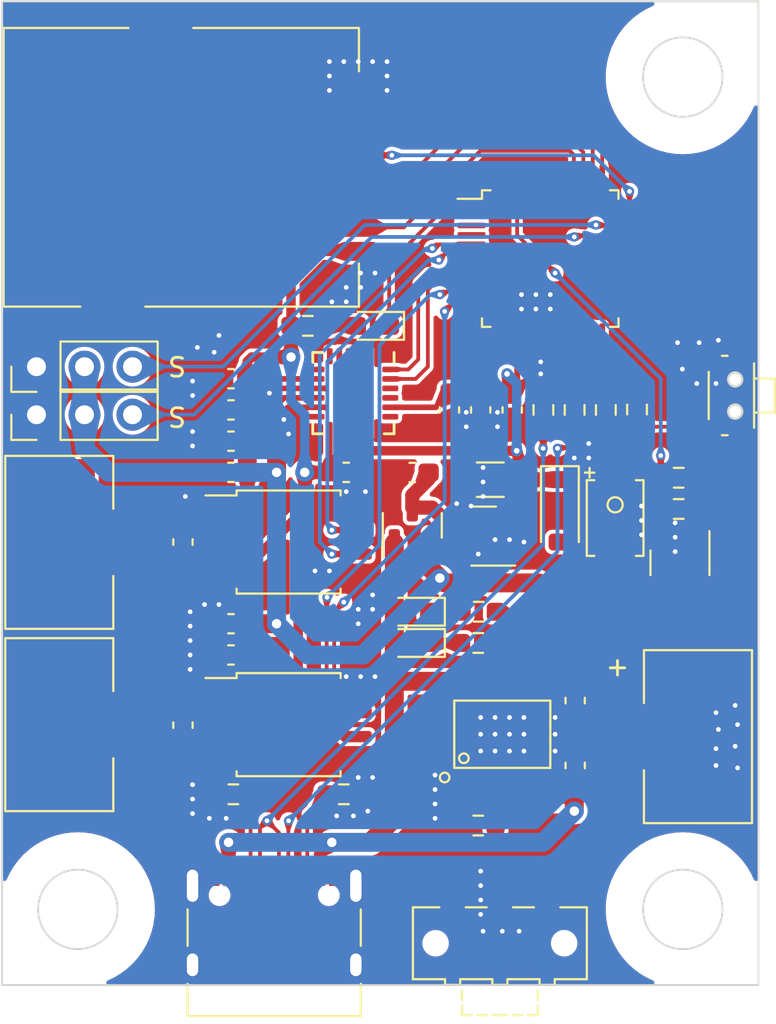
<source format=kicad_pcb>
(kicad_pcb (version 20221018) (generator pcbnew)
  (layers (0 "F.Cu" signal) (31 "B.Cu" signal) (34 "B.Paste" user) (35 "F.Paste" user) (36 "B.SilkS" user "B.Silkscreen") (37 "F.SilkS" user "F.Silkscreen") (38 "B.Mask" user) (39 "F.Mask" user) (44 "Edge.Cuts" user))
  (net 0 "")
  (net 1 "+BATT")
  (net 2 "Net-(BT1--)")
  (net 3 "+3.3V")
  (net 4 "Net-(BZ1-+)")
  (net 5 "Net-(U1-VI)")
  (net 6 "GND")
  (net 7 "VBUS")
  (net 8 "Net-(U3-CPOUT)")
  (net 9 "Net-(U3-REGOUT)")
  (net 10 "Net-(U5-UCap)")
  (net 11 "Net-(M1-+)")
  (net 12 "Net-(M1--)")
  (net 13 "Net-(M2-+)")
  (net 14 "Net-(M2--)")
  (net 15 "Net-(D1-K)")
  (net 16 "Net-(D2-K)")
  (net 17 "/LED")
  (net 18 "Net-(D3-A)")
  (net 19 "/PWM5")
  (net 20 "/PWM6")
  (net 21 "Net-(Q1-B)")
  (net 22 "Net-(U2-PROG)")
  (net 23 "Net-(USB1-CC1)")
  (net 24 "Net-(USB1-CC2)")
  (net 25 "Net-(U2-CHRG)")
  (net 26 "Net-(U2-STDBY)")
  (net 27 "/BUZZ")
  (net 28 "/DN")
  (net 29 "Net-(U5-P3.0)")
  (net 30 "/DP")
  (net 31 "Net-(U5-P3.1)")
  (net 32 "Net-(U5-P3.2)")
  (net 33 "Net-(SW1-B)")
  (net 49 "/MPU_SCL")
  (net 50 "/MPU_SDA")
  (net 51 "/RF24_CE")
  (net 52 "/RF24_CSN")
  (net 53 "/RF24_SCK")
  (net 54 "/RF24_MOSI")
  (net 55 "/RF24_MISO")
  (net 56 "/RF24_IRQ")
  (net 60 "/PWM1P")
  (net 61 "/PWM1N")
  (net 63 "/PWM4P")
  (net 64 "/PWM4N")
  (footprint "Capacitor_SMD:C_0603_1608Metric_Pad1.08x0.95mm_HandSolder" (layer "F.Cu") (at 173.101 82.55 180)
    (fp_text reference "C11" hide)
    (fp_text value "10uF" hide)
  )
  (footprint "Button_Switch_SMD:SW_SPDT_CK-JS102011SAQN" (layer "F.Cu") (at 187.325 97.79)
    (fp_text reference "SW2" hide)
    (fp_text value "SW_SPDT" hide)
  )
  (footprint "Connector_PinHeader_2.54mm:PinHeader_1x03_P2.54mm_Vertical" (layer "F.Cu") (at 162.814 69.85 90)
    (fp_text reference "J1" hide)
    (fp_text value "Servo" hide)
  )
  (footprint "Resistor_SMD:R_0603_1608Metric_Pad0.98x0.95mm_HandSolder" (layer "F.Cu") (at 196.784 73.182)
    (fp_text reference "R7" hide)
    (fp_text value "100R" hide)
  )
  (footprint "ADel:PH2.0_2P_LT" (layer "F.Cu") (at 166.751 86.233 -90)
    (fp_text reference "M2" hide)
    (fp_text value "Motor_DC" hide)
  )
  (footprint "Capacitor_SMD:C_0603_1608Metric_Pad1.08x0.95mm_HandSolder" (layer "F.Cu") (at 186.309 69.596 -90)
    (fp_text reference "C16" hide)
    (fp_text value "100nF" hide)
  )
  (footprint "Capacitor_SMD:C_0603_1608Metric_Pad1.08x0.95mm_HandSolder" (layer "F.Cu") (at 173.101 80.899 180)
    (fp_text reference "C14" hide)
    (fp_text value "100nF" hide)
  )
  (footprint "Capacitor_SMD:C_0603_1608Metric_Pad1.08x0.95mm_HandSolder" (layer "F.Cu") (at 170.561 86.2595 -90)
    (fp_text reference "C18" hide)
    (fp_text value "100nF" hide)
  )
  (footprint "Package_QFP:LQFP-48_7x7mm_P0.5mm" (layer "F.Cu") (at 189.988 61.595)
    (fp_text reference "U5" hide)
    (fp_text value "STC32G12K128" hide)
  )
  (footprint "LED_SMD:LED_0603_1608Metric_Pad1.05x0.95mm_HandSolder" (layer "F.Cu") (at 182.753 81.915 180)
    (fp_text reference "D1" hide)
    (fp_text value "LED" hide)
  )
  (footprint "Capacitor_SMD:C_0603_1608Metric_Pad1.08x0.95mm_HandSolder" (layer "F.Cu") (at 184.658 69.596 -90)
    (fp_text reference "C8" hide)
    (fp_text value "2.2nF" hide)
  )
  (footprint "Resistor_SMD:R_0603_1608Metric_Pad0.98x0.95mm_HandSolder" (layer "F.Cu") (at 189.627 69.596 90)
    (fp_text reference "R9" hide)
    (fp_text value "33R" hide)
  )
  (footprint "Capacitor_SMD:C_0603_1608Metric_Pad1.08x0.95mm_HandSolder" (layer "F.Cu") (at 173.101 67.945)
    (fp_text reference "C6" hide)
    (fp_text value "10nF" hide)
  )
  (footprint "Package_TO_SOT_SMD:SOT-23" (layer "F.Cu") (at 196.85 77.6755 -90)
    (fp_text reference "Q1" hide)
    (fp_text value "S8050" hide)
  )
  (footprint "Package_TO_SOT_SMD:SOT-23" (layer "F.Cu") (at 186.466 76.266 180)
    (fp_text reference "U1" hide)
    (fp_text value "XC6206PxxxMR" hide)
  )
  (footprint "Capacitor_SMD:C_0603_1608Metric_Pad1.08x0.95mm_HandSolder" (layer "F.Cu") (at 191.3078 88.392 -90)
    (fp_text reference "C2" hide)
    (fp_text value "10uF" hide)
  )
  (footprint "Capacitor_SMD:C_0603_1608Metric_Pad1.08x0.95mm_HandSolder" (layer "F.Cu") (at 173.101 71.247 180)
    (fp_text reference "C13" hide)
    (fp_text value "100nF" hide)
  )
  (footprint "Capacitor_SMD:C_1206_3216Metric" (layer "F.Cu") (at 186.817 73.284 180)
    (fp_text reference "C12" hide)
    (fp_text value "22uF" hide)
  )
  (footprint "Package_SO:SOP-8_5.28x5.23mm_P1.27mm" (layer "F.Cu") (at 176.149 86.233)
    (fp_text reference "U7" hide)
    (fp_text value "L9110S" hide)
  )
  (footprint "Connector_PinHeader_2.54mm:PinHeader_1x03_P2.54mm_Vertical" (layer "F.Cu") (at 162.814 67.31 90)
    (fp_text reference "J2" hide)
    (fp_text value "Servo" hide)
  )
  (footprint "Sensor_Motion:InvenSense_QFN-24_4x4mm_P0.5mm" (layer "F.Cu") (at 179.578 68.707 -90)
    (fp_text reference "U3" hide)
    (fp_text value "MPU-6050" hide)
  )
  (footprint "Resistor_SMD:R_0603_1608Metric_Pad0.98x0.95mm_HandSolder" (layer "F.Cu") (at 186.182 91.567)
    (fp_text reference "R1" hide)
    (fp_text value "1.2K" hide)
  )
  (footprint "ADel:PH2.0_2P_LT" (layer "F.Cu") (at 166.751 76.597 -90)
    (fp_text reference "M1" hide)
    (fp_text value "Motor_DC" hide)
  )
  (footprint "Capacitor_SMD:C_0603_1608Metric_Pad1.08x0.95mm_HandSolder" (layer "F.Cu") (at 187.976 69.596 -90)
    (fp_text reference "C15" hide)
    (fp_text value "100nF" hide)
  )
  (footprint "Resistor_SMD:R_0603_1608Metric_Pad0.98x0.95mm_HandSolder" (layer "F.Cu") (at 179.07 89.916)
    (fp_text reference "R3" hide)
    (fp_text value "5K1" hide)
  )
  (footprint "ADel:ESOP8_P1.27_3.9x5_EP2.5x3.4" (layer "F.Cu") (at 187.452 86.741 90)
    (fp_text reference "U2" hide)
    (fp_text value "TC4056A" hide)
  )
  (footprint "LED_SMD:LED_0603_1608Metric_Pad1.05x0.95mm_HandSolder" (layer "F.Cu") (at 182.753 80.264 180)
    (fp_text reference "D2" hide)
    (fp_text value "LED" hide)
  )
  (footprint "Resistor_SMD:R_0603_1608Metric_Pad0.98x0.95mm_HandSolder" (layer "F.Cu") (at 177.165 65.151 180)
    (fp_text reference "R6" hide)
    (fp_text value "2.2K" hide)
  )
  (footprint "ADel:SW_2x4x3.5_SIDE" (layer "F.Cu") (at 199.771 68.834 -90)
    (fp_text reference "SW1" hide)
    (fp_text value "KEY" hide)
    (fp_circle (center -0.85 0) (end -0.475 0) (stroke (width 0.12)) (fill none) (layer "Edge.Cuts"))
    (fp_circle (center 0.85 0) (end 1.225 0) (stroke (width 0.12)) (fill none) (layer "Edge.Cuts"))
  )
  (footprint "Resistor_SMD:R_0603_1608Metric_Pad0.98x0.95mm_HandSolder" (layer "F.Cu") (at 196.784 74.833)
    (fp_text reference "R8" hide)
    (fp_text value "10K" hide)
  )
  (footprint "Capacitor_SMD:C_0603_1608Metric_Pad1.08x0.95mm_HandSolder" (layer "F.Cu") (at 170.561 76.581 -90)
    (fp_text reference "C17" hide)
    (fp_text value "100nF" hide)
  )
  (footprint "ADel:PH2.0_2P_LT" (layer "F.Cu") (at 195.072 86.868 90)
    (fp_text reference "BT1" hide)
    (fp_text value "Battery_Cell" hide)
  )
  (footprint "Diode_SMD:D_SOD-123" (layer "F.Cu") (at 190.5 74.93 -90)
    (fp_text reference "D4" hide)
    (fp_text value "D" hide)
  )
  (footprint "Capacitor_SMD:C_0603_1608Metric_Pad1.08x0.95mm_HandSolder" (layer "F.Cu") (at 173.101 72.898 180)
    (fp_text reference "C10" hide)
    (fp_text value "10uF" hide)
  )
  (footprint "Capacitor_SMD:C_0603_1608Metric_Pad1.08x0.95mm_HandSolder" (layer "F.Cu") (at 173.101 69.596 180)
    (fp_text reference "C9" hide)
    (fp_text value "100nF" hide)
  )
  (footprint "Capacitor_SMD:C_0603_1608Metric_Pad1.08x0.95mm_HandSolder" (layer "F.Cu") (at 191.3078 84.963 -90)
    (fp_text reference "C5" hide)
    (fp_text value "10uF" hide)
  )
  (footprint "Resistor_SMD:R_0603_1608Metric_Pad0.98x0.95mm_HandSolder" (layer "F.Cu") (at 192.929 69.596 -90)
    (fp_text reference "R11" hide)
    (fp_text value "10K" hide)
  )
  (footprint "LED_SMD:LED_0603_1608Metric_Pad1.05x0.95mm_HandSolder" (layer "F.Cu") (at 180.594 65.151 180)
    (fp_text reference "D3" hide)
    (fp_text value "LED" hide)
  )
  (footprint "Resistor_SMD:R_0603_1608Metric_Pad0.98x0.95mm_HandSolder" (layer "F.Cu") (at 173.228 89.916 180)
    (fp_text reference "R2" hide)
    (fp_text value "5K1" hide)
  )
  (footprint "Resistor_SMD:R_0603_1608Metric_Pad0.98x0.95mm_HandSolder" (layer "F.Cu") (at 186.182 81.915 180)
    (fp_text reference "R4" hide)
    (fp_text value "1.2K" hide)
  )
  (footprint "Capacitor_SMD:C_0603_1608Metric_Pad1.08x0.95mm_HandSolder" (layer "F.Cu") (at 179.197 72.898)
    (fp_text reference "C7" hide)
    (fp_text value "100nF" hide)
  )
  (footprint "Package_SO:SOP-8_5.28x5.23mm_P1.27mm" (layer "F.Cu") (at 176.149 76.581)
    (fp_text reference "U6" hide)
    (fp_text value "L9110S" hide)
  )
  (footprint "Resistor_SMD:R_0603_1608Metric_Pad0.98x0.95mm_HandSolder" (layer "F.Cu") (at 186.2055 80.264 180)
    (fp_text reference "R5" hide)
    (fp_text value "1.2K" hide)
  )
  (footprint "Capacitor_SMD:C_0603_1608Metric_Pad1.08x0.95mm_HandSolder" (layer "F.Cu") (at 182.692 72.903 180)
    (fp_text reference "C1" hide)
    (fp_text value "100nF" hide)
  )
  (footprint "ADel:RF24_SMD" (layer "F.Cu") (at 179.87 56.769 90)
    (fp_text reference "U4" hide)
    (fp_text value "RF24_SMD" hide)
  )
  (footprint "ADel:DET402" (layer "F.Cu") (at 193.421 75.311 -90)
    (fp_text reference "BZ1" hide)
    (fp_text value "Buzzer" hide)
  )
  (footprint "Package_TO_SOT_SMD:SOT-23" (layer "F.Cu") (at 182.692 75.697 90)
    (fp_text reference "D5" hide)
    (fp_text value "BAT54C" hide)
  )
  (footprint "Resistor_SMD:R_0603_1608Metric_Pad0.98x0.95mm_HandSolder" (layer "F.Cu") (at 191.278 69.596 90)
    (fp_text reference "R10" hide)
    (fp_text value "33R" hide)
  )
  (footprint "ADel:TYPE-C-16PIN_SMD" (layer "F.Cu") (at 175.407 93.08)
    (fp_text reference "USB1" hide)
    (fp_text value "Type_C_16PIN" hide)
  )
  (footprint "Resistor_SMD:R_0603_1608Metric_Pad0.98x0.95mm_HandSolder" (layer "F.Cu") (at 194.58 69.5725 -90)
    (fp_text reference "R12" hide)
    (fp_text value "300R" hide)
  )
  (gr_rect (start 161 48) (end 201 100) (stroke (width 0.1)) (fill none) (layer "Edge.Cuts"))
  (gr_circle (center 197 52) (end 199.1 52) (stroke (width 0.1)) (fill none) (layer "Edge.Cuts"))
  (gr_circle (center 197 96) (end 199.1 96) (stroke (width 0.1)) (fill none) (layer "Edge.Cuts"))
  (gr_circle (center 165 96) (end 167.1 96) (stroke (width 0.1)) (fill none) (layer "Edge.Cuts"))
  (gr_text "S" (at 169.672 70.612) (layer "F.SilkS") (effects (font (size 1 1)) (justify left bottom)))
  (gr_text "+" (at 194.056 83.947 90) (layer "F.SilkS") (effects (font (size 1 1)) (justify left bottom)))
  (gr_text "S" (at 169.672 67.945) (layer "F.SilkS") (effects (font (size 1 1)) (justify left bottom)))
  (segment (start 184.15 78.486) (end 184.15 78.486) (width 1) (layer "F.Cu") (net 1))
  (segment (start 191.3078 80.6908) (end 191.3078 84.1005) (width 1) (layer "F.Cu") (net 1))
  (segment (start 184.404 78.74) (end 189.357 78.74) (width 1) (layer "F.Cu") (net 1))
  (segment (start 172.549 75.946) (end 173.355 75.946) (width 0.6) (layer "F.Cu") (net 1))
  (segment (start 175.514 80.899) (end 173.9635 80.899) (width 1) (layer "F.Cu") (net 1))
  (segment (start 173.355 75.946) (end 173.9635 75.3375) (width 0.6) (layer "F.Cu") (net 1))
  (segment (start 173.355 85.598) (end 172.549 85.598) (width 0.6) (layer "F.Cu") (net 1))
  (segment (start 175.514 71.882) (end 175.514 72.898) (width 1) (layer "F.Cu") (net 1))
  (segment (start 173.9635 71.247) (end 174.879 71.247) (width 1) (layer "F.Cu") (net 1))
  (segment (start 173.9635 82.55) (end 173.9635 84.9895) (width 0.6) (layer "F.Cu") (net 1))
  (segment (start 173.9635 71.247) (end 173.9635 72.898) (width 1) (layer "F.Cu") (net 1))
  (segment (start 173.9635 75.3375) (end 173.9635 72.898) (width 0.6) (layer "F.Cu") (net 1))
  (segment (start 184.15 78.486) (end 184.15 78.486) (width 1) (layer "F.Cu") (net 1))
  (segment (start 183.642 76.6345) (end 183.642 77.978) (width 1) (layer "F.Cu") (net 1))
  (segment (start 184.15 78.486) (end 184.404 78.74) (width 1) (layer "F.Cu") (net 1))
  (segment (start 189.357 78.74) (end 191.3078 80.6908) (width 1) (layer "F.Cu") (net 1))
  (segment (start 173.9635 80.899) (end 173.9635 82.55) (width 1) (layer "F.Cu") (net 1))
  (segment (start 174.879 71.247) (end 175.514 71.882) (width 1) (layer "F.Cu") (net 1))
  (segment (start 183.642 77.978) (end 184.15 78.486) (width 1) (layer "F.Cu") (net 1))
  (segment (start 173.9635 84.9895) (end 173.355 85.598) (width 0.6) (layer "F.Cu") (net 1))
  (via (at 175.514 72.898) (size 1) (drill 0.5) (layers "F.Cu" "B.Cu") (net 1))
  (via (at 184.15 78.486) (size 1) (drill 0.5) (layers "F.Cu" "B.Cu") (net 1))
  (via (at 175.514 80.899) (size 1) (drill 0.5) (layers "F.Cu" "B.Cu") (net 1))
  (segment (start 175.514 80.899) (end 175.514 72.898) (width 1) (layer "B.Cu") (net 1))
  (segment (start 175.514 72.898) (end 166.624 72.898) (width 1) (layer "B.Cu") (net 1))
  (segment (start 177.165 82.55) (end 180.086 82.55) (width 1) (layer "B.Cu") (net 1))
  (segment (start 165.354 69.85) (end 165.354 67.31) (width 1) (layer "B.Cu") (net 1))
  (segment (start 180.086 82.55) (end 184.15 78.486) (width 1) (layer "B.Cu") (net 1))
  (segment (start 175.514 80.899) (end 177.165 82.55) (width 1) (layer "B.Cu") (net 1))
  (segment (start 165.354 71.628) (end 165.354 69.85) (width 1) (layer "B.Cu") (net 1))
  (segment (start 166.624 72.898) (end 165.354 71.628) (width 1) (layer "B.Cu") (net 1))
  (segment (start 178.328 70.657) (end 178.328 72.8915) (width 0.3) (layer "F.Cu") (net 3))
  (segment (start 188.738 65.7575) (end 188.738 67.9715) (width 0.3) (layer "F.Cu") (net 3))
  (segment (start 188.292 71.833) (end 188.214 71.755) (width 0.5) (layer "F.Cu") (net 3))
  (segment (start 174.625 77.216) (end 172.549 77.216) (width 0.5) (layer "F.Cu") (net 3))
  (segment (start 190.496 73.284) (end 190.5 73.28) (width 0.75) (layer "F.Cu") (net 3))
  (segment (start 187.955 75.316) (end 188.341 74.93) (width 0.75) (layer "F.Cu") (net 3))
  (segment (start 177.0005 72.898) (end 177.038 72.9355) (width 0.5) (layer "F.Cu") (net 3))
  (segment (start 176.657 75.184) (end 176.657 84.074) (width 0.5) (layer "F.Cu") (net 3))
  (segment (start 188.738 67.9715) (end 187.976 68.7335) (width 0.3) (layer "F.Cu") (net 3))
  (segment (start 187.4035 75.316) (end 187.955 75.316) (width 0.75) (layer "F.Cu") (net 3))
  (segment (start 173.9755 67.957) (end 177.628 67.957) (width 0.3) (layer "F.Cu") (net 3))
  (segment (start 176.657 84.074) (end 173.863 86.868) (width 0.5) (layer "F.Cu") (net 3))
  (segment (start 190.5 73.28) (end 193.352 73.28) (width 0.75) (layer "F.Cu") (net 3))
  (segment (start 188.341 73.333) (end 188.292 73.284) (width 0.75) (layer "F.Cu") (net 3))
  (segment (start 177.786 61.214) (end 179.87 61.214) (width 0.5) (layer "F.Cu") (net 3))
  (segment (start 176.276 62.724) (end 177.786 61.214) (width 0.5) (layer "F.Cu") (net 3))
  (segment (start 173.9635 67.0365) (end 173.9635 67.945) (width 0.5) (layer "F.Cu") (net 3))
  (segment (start 173.863 86.868) (end 172.549 86.868) (width 0.5) (layer "F.Cu") (net 3))
  (segment (start 174.198 66.802) (end 173.9635 67.0365) (width 0.5) (layer "F.Cu") (net 3))
  (segment (start 188.238 65.7575) (end 188.238 68.4715) (width 0.3) (layer "F.Cu") (net 3))
  (segment (start 192.929 72.719) (end 193.421 73.211) (width 0.4) (layer "F.Cu") (net 3))
  (segment (start 188.292 73.284) (end 190.496 73.284) (width 0.75) (layer "F.Cu") (net 3))
  (segment (start 177.0005 74.8405) (end 176.657 75.184) (width 0.5) (layer "F.Cu") (net 3))
  (segment (start 188.292 73.284) (end 188.292 71.833) (width 0.5) (layer "F.Cu") (net 3))
  (segment (start 187.706 67.691) (end 187.706 68.4635) (width 0.5) (layer "F.Cu") (net 3))
  (segment (start 188.341 74.93) (end 188.341 73.333) (width 0.75) (layer "F.Cu") (net 3))
  (segment (start 176.276 66.802) (end 174.198 66.802) (width 0.5) (layer "F.Cu") (net 3))
  (segment (start 173.9635 67.945) (end 173.9755 67.957) (width 0.3) (layer "F.Cu") (net 3))
  (segment (start 176.276 66.802) (end 176.276 62.724) (width 0.5) (layer "F.Cu") (net 3))
  (segment (start 177.038 74.803) (end 177.0005 74.8405) (width 0.5) (layer "F.Cu") (net 3))
  (segment (start 178.328 72.8915) (end 178.3345 72.898) (width 0.3) (layer "F.Cu") (net 3))
  (segment (start 177.0005 74.8405) (end 174.625 77.216) (width 0.5) (layer "F.Cu") (net 3))
  (segment (start 177.038 72.9355) (end 177.038 74.803) (width 0.5) (layer "F.Cu") (net 3))
  (segment (start 193.352 73.28) (end 193.421 73.211) (width 0.75) (layer "F.Cu") (net 3))
  (segment (start 188.214 71.755) (end 179.4775 71.755) (width 0.5) (layer "F.Cu") (net 3))
  (segment (start 187.706 68.4635) (end 187.976 68.7335) (width 0.5) (layer "F.Cu") (net 3))
  (segment (start 192.929 70.5085) (end 192.929 72.719) (width 0.4) (layer "F.Cu") (net 3))
  (segment (start 188.238 68.4715) (end 187.976 68.7335) (width 0.3) (layer "F.Cu") (net 3))
  (segment (start 178.3345 72.898) (end 177.0005 72.898) (width 0.5) (layer "F.Cu") (net 3))
  (segment (start 179.4775 71.755) (end 178.3345 72.898) (width 0.5) (layer "F.Cu") (net 3))
  (via (at 177.0005 72.898) (size 1) (drill 0.5) (layers "F.Cu" "B.Cu") (net 3))
  (via (at 187.706 67.691) (size 0.6) (drill 0.3) (layers "F.Cu" "B.Cu") (net 3))
  (via (at 176.276 66.802) (size 1) (drill 0.5) (layers "F.Cu" "B.Cu") (net 3))
  (via (at 188.214 71.755) (size 0.6) (drill 0.3) (layers "F.Cu" "B.Cu") (net 3))
  (segment (start 188.214 68.199) (end 188.214 71.755) (width 0.5) (layer "B.Cu") (net 3))
  (segment (start 176.276 69.1145) (end 177.0005 69.839) (width 0.5) (layer "B.Cu") (net 3))
  (segment (start 177.0005 69.839) (end 177.0005 72.898) (width 0.5) (layer "B.Cu") (net 3))
  (segment (start 187.706 67.691) (end 188.214 68.199) (width 0.5) (layer "B.Cu") (net 3))
  (segment (start 176.276 66.802) (end 176.276 69.1145) (width 0.5) (layer "B.Cu") (net 3))
  (segment (start 192.59 76.58) (end 193.421 77.411) (width 0.75) (layer "F.Cu") (net 4))
  (segment (start 196.85 78.613) (end 194.623 78.613) (width 0.75) (layer "F.Cu") (net 4))
  (segment (start 194.623 78.613) (end 193.421 77.411) (width 0.75) (layer "F.Cu") (net 4))
  (segment (start 190.5 76.58) (end 192.59 76.58) (width 0.75) (layer "F.Cu") (net 4))
  (segment (start 182.692 74.7595) (end 182.692 74.107) (width 0.75) (layer "F.Cu") (net 5))
  (segment (start 185.2455 76.266) (end 185.5285 76.266) (width 0.75) (layer "F.Cu") (net 5))
  (segment (start 182.692 74.107) (end 183.5545 73.2445) (width 0.75) (layer "F.Cu") (net 5))
  (segment (start 182.692 74.7595) (end 183.739 74.7595) (width 0.75) (layer "F.Cu") (net 5))
  (segment (start 183.5545 73.2445) (end 183.5545 72.903) (width 0.75) (layer "F.Cu") (net 5))
  (segment (start 183.739 74.7595) (end 185.2455 76.266) (width 0.75) (layer "F.Cu") (net 5))
  (via (at 179.197 63.881) (size 0.5) (drill 0.25) (layers "F.Cu" "B.Cu") (net 6))
  (via (at 187.071 86.741) (size 0.5) (drill 0.25) (layers "F.Cu" "B.Cu") (net 6))
  (via (at 179.832 89.027) (size 0.5) (drill 0.25) (layers "F.Cu" "B.Cu") (net 6))
  (via (at 180.594 51.181) (size 0.5) (drill 0.25) (layers "F.Cu" "B.Cu") (net 6))
  (via (at 170.942 81.788) (size 0.5) (drill 0.25) (layers "F.Cu" "B.Cu") (net 6))
  (via (at 186.309 87.63) (size 0.5) (drill 0.25) (layers "F.Cu" "B.Cu") (net 6))
  (via (at 179.832 80.137) (size 0.5) (drill 0.25) (layers "F.Cu" "B.Cu") (net 6))
  (via (at 186.182 77.216) (size 0.5) (drill 0.25) (layers "F.Cu" "B.Cu") (net 6))
  (via (at 199.771 87.376) (size 0.5) (drill 0.25) (layers "F.Cu" "B.Cu") (net 6))
  (via (at 179.959 62.357) (size 0.5) (drill 0.25) (layers "F.Cu" "B.Cu") (net 6))
  (via (at 179.959 63.119) (size 0.5) (drill 0.25) (layers "F.Cu" "B.Cu") (net 6))
  (via (at 199.771 85.217) (size 0.5) (drill 0.25) (layers "F.Cu" "B.Cu") (net 6))
  (via (at 187.071 85.852) (size 0.5) (drill 0.25) (layers "F.Cu" "B.Cu") (net 6))
  (via (at 196.596 77.089) (size 0.5) (drill 0.25) (layers "F.Cu" "B.Cu") (net 6))
  (via (at 171.069 68.834) (size 0.5) (drill 0.25) (layers "F.Cu" "B.Cu") (net 6))
  (via (at 171.069 90.932) (size 0.5) (drill 0.25) (layers "F.Cu" "B.Cu") (net 6))
  (via (at 178.689 91.059) (size 0.5) (drill 0.25) (layers "F.Cu" "B.Cu") (net 6))
  (via (at 185.547 70.485) (size 0.5) (drill 0.25) (layers "F.Cu" "B.Cu") (net 6))
  (via (at 170.942 82.55) (size 0.5) (drill 0.25) (layers "F.Cu" "B.Cu") (net 6))
  (via (at 179.197 83.693) (size 0.5) (drill 0.25) (layers "F.Cu" "B.Cu") (net 6))
  (via (at 187.833 85.852) (size 0.5) (drill 0.25) (layers "F.Cu" "B.Cu") (net 6))
  (via (at 180.721 83.693) (size 0.5) (drill 0.25) (layers "F.Cu" "B.Cu") (net 6))
  (via (at 191.262 72.136) (size 0.5) (drill 0.25) (layers "F.Cu" "B.Cu") (net 6))
  (via (at 189.23 63.5) (size 0.5) (drill 0.25) (layers "F.Cu" "B.Cu") (net 6))
  (via (at 175.133 68.707) (size 0.5) (drill 0.25) (layers "F.Cu" "B.Cu") (net 6))
  (via (at 199.898 88.519) (size 0.5) (drill 0.25) (layers "F.Cu" "B.Cu") (net 6))
  (via (at 194.818 75.438) (size 0.5) (drill 0.25) (layers "F.Cu" "B.Cu") (net 6))
  (via (at 181.356 51.943) (size 0.5) (drill 0.25) (layers "F.Cu" "B.Cu") (net 6))
  (via (at 189.992 64.262) (size 0.5) (drill 0.25) (layers "F.Cu" "B.Cu") (net 6))
  (via (at 186.436 72.644) (size 0.5) (drill 0.25) (layers "F.Cu" "B.Cu") (net 6))
  (via (at 171.323 66.294) (size 0.5) (drill 0.25) (layers "F.Cu" "B.Cu") (net 6))
  (via (at 198.882 86.487) (size 0.5) (drill 0.25) (layers "F.Cu" "B.Cu") (net 6))
  (via (at 185.547 69.723) (size 0.5) (drill 0.25) (layers "F.Cu" "B.Cu") (net 6))
  (via (at 171.704 79.883) (size 0.5) (drill 0.25) (layers "F.Cu" "B.Cu") (net 6))
  (via (at 179.197 73.914) (size 0.5) (drill 0.25) (layers "F.Cu" "B.Cu") (net 6))
  (via (at 189.484 67.691) (size 0.5) (drill 0.25) (layers "F.Cu" "B.Cu") (net 6))
  (via (at 172.847 91.186) (size 0.5) (drill 0.25) (layers "F.Cu" "B.Cu") (net 6))
  (via (at 176.149 70.866) (size 0.5) (drill 0.25) (layers "F.Cu" "B.Cu") (net 6))
  (via (at 190.246 87.63) (size 0.5) (drill 0.25) (layers "F.Cu" "B.Cu") (net 6))
  (via (at 186.436 73.406) (size 0.5) (drill 0.25) (layers "F.Cu" "B.Cu") (net 6))
  (via (at 186.436 97.155) (size 0.5) (drill 0.25) (layers "F.Cu" "B.Cu") (net 6))
  (via (at 190.246 85.852) (size 0.5) (drill 0.25) (layers "F.Cu" "B.Cu") (net 6))
  (via (at 172.466 79.883) (size 0.5) (drill 0.25) (layers "F.Cu" "B.Cu") (net 6))
  (via (at 196.596 75.565) (size 0.5) (drill 0.25) (layers "F.Cu" "B.Cu") (net 6))
  (via (at 179.197 63.119) (size 0.5) (drill 0.25) (layers "F.Cu" "B.Cu") (net 6))
  (via (at 186.309 93.98) (size 0.5) (drill 0.25) (layers "F.Cu" "B.Cu") (net 6))
  (via (at 172.466 65.659) (size 0.5) (drill 0.25) (layers "F.Cu" "B.Cu") (net 6))
  (via (at 179.07 51.181) (size 0.5) (drill 0.25) (layers "F.Cu" "B.Cu") (net 6))
  (via (at 188.341 97.155) (size 0.5) (drill 0.25) (layers "F.Cu" "B.Cu") (net 6))
  (via (at 186.309 85.852) (size 0.5) (drill 0.25) (layers "F.Cu" "B.Cu") (net 6))
  (via (at 186.309 94.742) (size 0.5) (drill 0.25) (layers "F.Cu" "B.Cu") (net 6))
  (via (at 179.832 51.181) (size 0.5) (drill 0.25) (layers "F.Cu" "B.Cu") (net 6))
  (via (at 187.198 70.485) (size 0.5) (drill 0.25) (layers "F.Cu" "B.Cu") (net 6))
  (via (at 171.958 91.186) (size 0.5) (drill 0.25) (layers "F.Cu" "B.Cu") (net 6))
  (via (at 199.898 86.233) (size 0.5) (drill 0.25) (layers "F.Cu" "B.Cu") (net 6))
  (via (at 178.435 63.881) (size 0.5) (drill 0.25) (layers "F.Cu" "B.Cu") (net 6))
  (via (at 180.213 73.914) (size 0.5) (drill 0.25) (layers "F.Cu" "B.Cu") (net 6))
  (via (at 189.23 64.262) (size 0.5) (drill 0.25) (layers "F.Cu" "B.Cu") (net 6))
  (via (at 170.942 80.264) (size 0.5) (drill 0.25) (layers "F.Cu" "B.Cu") (net 6))
  (via (at 170.688 74.168) (size 0.5) (drill 0.25) (layers "F.Cu" "B.Cu") (net 6))
  (via (at 180.721 62.357) (size 0.5) (drill 0.25) (layers "F.Cu" "B.Cu") (net 6))
  (via (at 172.212 66.548) (size 0.5) (drill 0.25) (layers "F.Cu" "B.Cu") (net 6))
  (via (at 186.309 95.504) (size 0.5) (drill 0.25) (layers "F.Cu" "B.Cu") (net 6))
  (via (at 189.992 63.5) (size 0.5) (drill 0.25) (layers "F.Cu" "B.Cu") (net 6))
  (via (at 180.594 79.375) (size 0.5) (drill 0.25) (layers "F.Cu" "B.Cu") (net 6))
  (via (at 185.801 74.676) (size 0.5) (drill 0.25) (layers "F.Cu" "B.Cu") (net 6))
  (via (at 186.309 86.741) (size 0.5) (drill 0.25) (layers "F.Cu" "B.Cu") (net 6))
  (via (at 171.069 71.501) (size 0.5) (drill 0.25) (layers "F.Cu" "B.Cu") (net 6))
  (via (at 187.071 87.63) (size 0.5) (drill 0.25) (layers "F.Cu" "B.Cu") (net 6))
  (via (at 194.818 76.2) (size 0.5) (drill 0.25) (layers "F.Cu" "B.Cu") (net 6))
  (via (at 175.895 70.104) (size 0.5) (drill 0.25) (layers "F.Cu" "B.Cu") (net 6))
  (via (at 196.596 76.327) (size 0.5) (drill 0.25) (layers "F.Cu" "B.Cu") (net 6))
  (via (at 183.896 89.662) (size 0.5) (drill 0.25) (layers "F.Cu" "B.Cu") (net 6))
  (via (at 179.578 91.059) (size 0.5) (drill 0.25) (layers "F.Cu" "B.Cu") (net 6))
  (via (at 194.818 74.676) (size 0.5) (drill 0.25) (layers "F.Cu" "B.Cu") (net 6))
  (via (at 186.309 96.266) (size 0.5) (drill 0.25) (layers "F.Cu" "B.Cu") (net 6))
  (via (at 192.024 72.136) (size 0.5) (drill 0.25) (layers "F.Cu" "B.Cu") (net 6))
  (via (at 188.468 64.262) (size 0.5) (drill 0.25) (layers "F.Cu" "B.Cu") (net 6))
  (via (at 196.723 66.04) (size 0.5) (drill 0.25) (layers "F.Cu" "B.Cu") (net 6))
  (via (at 188.595 86.741) (size 0.5) (drill 0.25) (layers "F.Cu" "B.Cu") (net 6))
  (via (at 186.436 74.168) (size 0.5) (drill 0.25) (layers "F.Cu" "B.Cu") (net 6))
  (via (at 171.069 90.17) (size 0.5) (drill 0.25) (layers "F.Cu" "B.Cu") (net 6))
  (via (at 183.896 91.186) (size 0.5) (drill 0.25) (layers "F.Cu" "B.Cu") (net 6))
  (via (at 178.308 78.105) (size 0.5) (drill 0.25) (layers "F.Cu" "B.Cu") (net 6))
  (via (at 197.866 66.04) (size 0.5) (drill 0.25) (layers "F.Cu" "B.Cu") (net 6))
  (via (at 177.546 78.105) (size 0.5) (drill 0.25) (layers "F.Cu" "B.Cu") (net 6))
  (via (at 180.594 80.137) (size 0.5) (drill 0.25) (layers "F.Cu" "B.Cu") (net 6))
  (via (at 170.942 81.026) (size 0.5) (drill 0.25) (layers "F.Cu" "B.Cu") (net 6))
  (via (at 187.452 97.155) (size 0.5) (drill 0.25) (layers "F.Cu" "B.Cu") (net 6))
  (via (at 198.755 88.392) (size 0.5) (drill 0.25) (layers "F.Cu" "B.Cu") (net 6))
  (via (at 171.069 68.072) (size 0.5) (drill 0.25) (layers "F.Cu" "B.Cu") (net 6))
  (via (at 171.069 89.408) (size 0.5) (drill 0.25) (layers "F.Cu" "B.Cu") (net 6))
  (via (at 180.34 90.805) (size 0.5) (drill 0.25) (layers "F.Cu" "B.Cu") (net 6))
  (via (at 188.595 76.581) (size 0.5) (drill 0.25) (layers "F.Cu" "B.Cu") (net 6))
  (via (at 189.484 67.056) (size 0.5) (drill 0.25) (layers "F.Cu" "B.Cu") (net 6))
  (via (at 178.308 52.705) (size 0.5) (drill 0.25) (layers "F.Cu" "B.Cu") (net 6))
  (via (at 171.069 70.739) (size 0.5) (drill 0.25) (layers "F.Cu" "B.Cu") (net 6))
  (via (at 188.595 87.63) (size 0.5) (drill 0.25) (layers "F.Cu" "B.Cu") (net 6))
  (via (at 187.833 87.63) (size 0.5) (drill 0.25) (layers "F.Cu" "B.Cu") (net 6))
  (via (at 178.308 51.181) (size 0.5) (drill 0.25) (layers "F.Cu" "B.Cu") (net 6))
  (via (at 181.356 51.181) (size 0.5) (drill 0.25) (layers "F.Cu" "B.Cu") (net 6))
  (via (at 190.246 86.741) (size 0.5) (drill 0.25) (layers "F.Cu" "B.Cu") (net 6))
  (via (at 192.024 71.374) (size 0.5) (drill 0.25) (layers "F.Cu" "B.Cu") (net 6))
  (via (at 178.308 51.943) (size 0.5) (drill 0.25) (layers "F.Cu" "B.Cu") (net 6))
  (via (at 187.071 76.454) (size 0.5) (drill 0.25) (layers "F.Cu" "B.Cu") (net 6))
  (via (at 187.833 86.741) (size 0.5) (drill 0.25) (layers "F.Cu" "B.Cu") (net 6))
  (via (at 198.882 65.913) (size 0.5) (drill 0.25) (layers "F.Cu" "B.Cu") (net 6))
  (via (at 181.356 52.705) (size 0.5) (drill 0.25) (layers "F.Cu" "B.Cu") (net 6))
  (via (at 188.595 85.852) (size 0.5) (drill 0.25) (layers "F.Cu" "B.Cu") (net 6))
  (via (at 187.833 76.454) (size 0.5) (drill 0.25) (layers "F.Cu" "B.Cu") (net 6))
  (via (at 198.755 68.199) (size 0.5) (drill 0.25) (layers "F.Cu" "B.Cu") (net 6))
  (via (at 187.198 69.723) (size 0.5) (drill 0.25) (layers "F.Cu" "B.Cu") (net 6))
  (via (at 197.739 68.199) (size 0.5) (drill 0.25) (layers "F.Cu" "B.Cu") (net 6))
  (via (at 183.896 88.9) (size 0.5) (drill 0.25) (layers "F.Cu" "B.Cu") (net 6))
  (via (at 183.896 90.424) (size 0.5) (drill 0.25) (layers "F.Cu" "B.Cu") (net 6))
  (via (at 170.942 83.312) (size 0.5) (drill 0.25) (layers "F.Cu" "B.Cu") (net 6))
  (via (at 196.977 67.437) (size 0.5) (drill 0.25) (layers "F.Cu" "B.Cu") (net 6))
  (via (at 179.959 83.693) (size 0.5) (drill 0.25) (layers "F.Cu" "B.Cu") (net 6))
  (via (at 185.039 74.549) (size 0.5) (drill 0.25) (layers "F.Cu" "B.Cu") (net 6))
  (via (at 198.755 85.598) (size 0.5) (drill 0.25) (layers "F.Cu" "B.Cu") (net 6))
  (via (at 179.832 80.899) (size 0.5) (drill 0.25) (layers "F.Cu" "B.Cu") (net 6))
  (via (at 180.594 89.027) (size 0.5) (drill 0.25) (layers "F.Cu" "B.Cu") (net 6))
  (via (at 198.755 87.503) (size 0.5) (drill 0.25) (layers "F.Cu" "B.Cu") (net 6))
  (via (at 188.468 63.5) (size 0.5) (drill 0.25) (layers "F.Cu" "B.Cu") (net 6))
  (segment (start 191.262 89.3003) (end 191.3078 89.2545) (width 1) (layer "F.Cu") (net 7))
  (segment (start 172.987 92.469) (end 172.974 92.456) (width 0.6) (layer "F.Cu") (net 7))
  (segment (start 181.742 83.947) (end 181.742 76.6345) (width 1) (layer "F.Cu") (net 7))
  (segment (start 181.742 91.181) (end 181.742 83.947) (width 1) (layer "F.Cu") (net 7))
  (segment (start 185.547 83.941) (end 181.748 83.941) (width 1) (layer "F.Cu") (net 7))
  (segment (start 178.435 92.456) (end 180.467 92.456) (width 1) (layer "F.Cu") (net 7))
  (segment (start 177.787 93.104) (end 178.435 92.456) (width 0.6) (layer "F.Cu") (net 7))
  (segment (start 191.262 90.805) (end 191.262 89.3003) (width 1) (layer "F.Cu") (net 7))
  (segment (start 177.787 94.185) (end 177.787 93.104) (width 0.6) (layer "F.Cu") (net 7))
  (segment (start 172.987 94.185) (end 172.987 92.469) (width 0.6) (layer "F.Cu") (net 7))
  (segment (start 180.467 92.456) (end 181.742 91.181) (width 1) (layer "F.Cu") (net 7))
  (segment (start 181.748 83.941) (end 181.742 83.947) (width 1) (layer "F.Cu") (net 7))
  (via (at 178.435 92.456) (size 1) (drill 0.5) (layers "F.Cu" "B.Cu") (net 7))
  (via (at 172.974 92.456) (size 1) (drill 0.5) (layers "F.Cu" "B.Cu") (net 7))
  (via (at 191.262 90.805) (size 1) (drill 0.5) (layers "F.Cu" "B.Cu") (net 7))
  (segment (start 189.611 92.456) (end 191.262 90.805) (width 1) (layer "B.Cu") (net 7))
  (segment (start 172.974 92.456) (end 178.435 92.456) (width 1) (layer "B.Cu") (net 7))
  (segment (start 178.435 92.456) (end 189.611 92.456) (width 1) (layer "B.Cu") (net 7))
  (segment (start 181.528 69.457) (end 183.9345 69.457) (width 0.3) (layer "F.Cu") (net 8))
  (segment (start 183.9345 69.457) (end 184.658 68.7335) (width 0.3) (layer "F.Cu") (net 8))
  (segment (start 177.628 68.957) (end 175.899 68.957) (width 0.3) (layer "F.Cu") (net 9))
  (segment (start 175.26 69.596) (end 173.9635 69.596) (width 0.3) (layer "F.Cu") (net 9))
  (segment (start 175.899 68.957) (end 175.26 69.596) (width 0.3) (layer "F.Cu") (net 9))
  (segment (start 187.238 65.7575) (end 187.238 67.016) (width 0.3) (layer "F.Cu") (net 10))
  (segment (start 186.309 67.945) (end 186.309 68.7335) (width 0.3) (layer "F.Cu") (net 10))
  (segment (start 187.238 67.016) (end 186.309 67.945) (width 0.3) (layer "F.Cu") (net 10))
  (segment (start 166.8725 75.7185) (end 166.751 75.597) (width 0.6) (layer "F.Cu") (net 11))
  (segment (start 171.6035 74.676) (end 170.561 75.7185) (width 0.6) (layer "F.Cu") (net 11))
  (segment (start 170.561 75.7185) (end 166.8725 75.7185) (width 0.6) (layer "F.Cu") (net 11))
  (segment (start 172.549 74.676) (end 171.6035 74.676) (width 0.6) (layer "F.Cu") (net 11))
  (segment (start 170.4075 77.597) (end 170.561 77.4435) (width 0.6) (layer "F.Cu") (net 12))
  (segment (start 166.751 77.597) (end 170.4075 77.597) (width 0.6) (layer "F.Cu") (net 12))
  (segment (start 172.549 78.486) (end 171.6035 78.486) (width 0.6) (layer "F.Cu") (net 12))
  (segment (start 171.6035 78.486) (end 170.561 77.4435) (width 0.6) (layer "F.Cu") (net 12))
  (segment (start 166.915 85.397) (end 166.751 85.233) (width 0.6) (layer "F.Cu") (net 13))
  (segment (start 171.63 84.328) (end 170.561 85.397) (width 0.6) (layer "F.Cu") (net 13))
  (segment (start 170.561 85.397) (end 166.915 85.397) (width 0.6) (layer "F.Cu") (net 13))
  (segment (start 172.549 84.328) (end 171.63 84.328) (width 0.6) (layer "F.Cu") (net 13))
  (segment (start 171.577 88.138) (end 172.549 88.138) (width 0.6) (layer "F.Cu") (net 14))
  (segment (start 170.561 87.122) (end 171.577 88.138) (width 0.6) (layer "F.Cu") (net 14))
  (segment (start 170.45 87.233) (end 170.561 87.122) (width 0.6) (layer "F.Cu") (net 14))
  (segment (start 166.751 87.233) (end 170.45 87.233) (width 0.6) (layer "F.Cu") (net 14))
  (segment (start 183.628 81.915) (end 185.2695 81.915) (width 0.4) (layer "F.Cu") (net 15))
  (segment (start 183.628 80.264) (end 185.293 80.264) (width 0.4) (layer "F.Cu") (net 16))
  (segment (start 184.487 58.845) (end 185.8255 58.845) (width 0.2) (layer "F.Cu") (net 17))
  (segment (start 181.469 65.532) (end 181.469 61.863) (width 0.2) (layer "F.Cu") (net 17))
  (segment (start 181.469 61.863) (end 184.487 58.845) (width 0.2) (layer "F.Cu") (net 17))
  (segment (start 178.0775 65.151) (end 179.719 65.151) (width 0.5) (layer "F.Cu") (net 18))
  (segment (start 191.347 60.367) (end 194.1285 60.367) (width 0.2) (layer "F.Cu") (net 19))
  (segment (start 194.1285 60.367) (end 194.1505 60.345) (width 0.2) (layer "F.Cu") (net 19))
  (segment (start 191.262 60.452) (end 191.347 60.367) (width 0.2) (layer "F.Cu") (net 19))
  (via (at 191.262 60.452) (size 0.5) (drill 0.25) (layers "F.Cu" "B.Cu") (net 19))
  (segment (start 171.15 69.85) (end 167.894 69.85) (width 0.2) (layer "B.Cu") (net 19))
  (segment (start 180.548 60.452) (end 171.15 69.85) (width 0.2) (layer "B.Cu") (net 19))
  (segment (start 191.262 60.452) (end 180.548 60.452) (width 0.2) (layer "B.Cu") (net 19))
  (segment (start 194.1505 59.845) (end 192.433 59.845) (width 0.2) (layer "F.Cu") (net 20))
  (segment (start 192.433 59.845) (end 192.405 59.817) (width 0.2) (layer "F.Cu") (net 20))
  (via (at 192.405 59.817) (size 0.5) (drill 0.25) (layers "F.Cu" "B.Cu") (net 20))
  (segment (start 172.69 67.31) (end 167.894 67.31) (width 0.2) (layer "B.Cu") (net 20))
  (segment (start 192.405 59.817) (end 180.183 59.817) (width 0.2) (layer "B.Cu") (net 20))
  (segment (start 180.183 59.817) (end 172.69 67.31) (width 0.2) (layer "B.Cu") (net 20))
  (segment (start 197.8 76.738) (end 197.8 73.2855) (width 0.2) (layer "F.Cu") (net 21))
  (segment (start 197.8 73.2855) (end 197.6965 73.182) (width 0.2) (layer "F.Cu") (net 21))
  (segment (start 186.817 89.541) (end 186.817 91.2895) (width 0.5) (layer "F.Cu") (net 22))
  (segment (start 186.817 91.2895) (end 187.0945 91.567) (width 0.5) (layer "F.Cu") (net 22))
  (segment (start 174.137 94.185) (end 174.137 89.9195) (width 0.2) (layer "F.Cu") (net 23))
  (segment (start 174.137 89.9195) (end 174.1405 89.916) (width 0.2) (layer "F.Cu") (net 23))
  (segment (start 177.137 90.9365) (end 178.1575 89.916) (width 0.2) (layer "F.Cu") (net 24))
  (segment (start 177.137 94.185) (end 177.137 90.9365) (width 0.2) (layer "F.Cu") (net 24))
  (segment (start 186.817 82.1925) (end 187.0945 81.915) (width 0.4) (layer "F.Cu") (net 25))
  (segment (start 186.817 83.941) (end 186.817 82.1925) (width 0.4) (layer "F.Cu") (net 25))
  (segment (start 188.087 80.518) (end 188.087 83.941) (width 0.4) (layer "F.Cu") (net 26))
  (segment (start 187.833 80.264) (end 188.087 80.518) (width 0.4) (layer "F.Cu") (net 26))
  (segment (start 187.118 80.264) (end 187.833 80.264) (width 0.4) (layer "F.Cu") (net 26))
  (segment (start 195.834 73.1445) (end 195.8715 73.182) (width 0.2) (layer "F.Cu") (net 27))
  (segment (start 195.834 72.009) (end 195.834 73.1445) (width 0.2) (layer "F.Cu") (net 27))
  (segment (start 188.238 57.4325) (end 188.238 60.349) (width 0.2) (layer "F.Cu") (net 27))
  (segment (start 188.238 60.349) (end 190.246 62.357) (width 0.2) (layer "F.Cu") (net 27))
  (via (at 195.834 72.009) (size 0.5) (drill 0.25) (layers "F.Cu" "B.Cu") (net 27))
  (via (at 190.246 62.357) (size 0.5) (drill 0.25) (layers "F.Cu" "B.Cu") (net 27))
  (segment (start 195.834 72.009) (end 195.834 67.945) (width 0.2) (layer "B.Cu") (net 27))
  (segment (start 195.834 67.945) (end 190.246 62.357) (width 0.2) (layer "B.Cu") (net 27))
  (segment (start 175.637 91.944) (end 175.006 91.313) (width 0.2) (layer "F.Cu") (net 28))
  (segment (start 189.627 70.5085) (end 189.627 71.612) (width 0.2) (layer "F.Cu") (net 28))
  (segment (start 174.637 94.185) (end 174.637 91.682) (width 0.2) (layer "F.Cu") (net 28))
  (segment (start 189.627 71.612) (end 189.611 71.628) (width 0.2) (layer "F.Cu") (net 28))
  (segment (start 175.637 94.185) (end 175.637 91.944) (width 0.2) (layer "F.Cu") (net 28))
  (segment (start 174.637 91.682) (end 175.006 91.313) (width 0.2) (layer "F.Cu") (net 28))
  (via (at 189.611 71.628) (size 0.5) (drill 0.25) (layers "F.Cu" "B.Cu") (net 28))
  (via (at 175.006 91.313) (size 0.5) (drill 0.25) (layers "F.Cu" "B.Cu") (net 28))
  (segment (start 189.611 76.708) (end 175.006 91.313) (width 0.2) (layer "B.Cu") (net 28))
  (segment (start 189.611 71.628) (end 189.611 76.708) (width 0.2) (layer "B.Cu") (net 28))
  (segment (start 189.627 68.6835) (end 190.238 68.0725) (width 0.2) (layer "F.Cu") (net 29))
  (segment (start 190.238 68.0725) (end 190.238 65.7575) (width 0.2) (layer "F.Cu") (net 29))
  (segment (start 176.137 95.008) (end 176.137 94.185) (width 0.2) (layer "F.Cu") (net 30))
  (segment (start 190.373 71.628) (end 190.754 71.628) (width 0.2) (layer "F.Cu") (net 30))
  (segment (start 175.137 95.01) (end 175.504 95.377) (width 0.2) (layer "F.Cu") (net 30))
  (segment (start 176.137 94.185) (end 176.137 91.325) (width 0.2) (layer "F.Cu") (net 30))
  (segment (start 175.504 95.377) (end 175.768 95.377) (width 0.2) (layer "F.Cu") (net 30))
  (segment (start 190.754 71.628) (end 191.278 71.104) (width 0.2) (layer "F.Cu") (net 30))
  (segment (start 175.137 94.185) (end 175.137 95.01) (width 0.2) (layer "F.Cu") (net 30))
  (segment (start 175.768 95.377) (end 176.137 95.008) (width 0.2) (layer "F.Cu") (net 30))
  (segment (start 191.278 71.104) (end 191.278 70.5085) (width 0.2) (layer "F.Cu") (net 30))
  (segment (start 176.137 91.325) (end 176.149 91.313) (width 0.2) (layer "F.Cu") (net 30))
  (via (at 176.149 91.313) (size 0.5) (drill 0.25) (layers "F.Cu" "B.Cu") (net 30))
  (via (at 190.373 71.628) (size 0.5) (drill 0.25) (layers "F.Cu" "B.Cu") (net 30))
  (segment (start 190.373 71.628) (end 190.373 77.089) (width 0.2) (layer "B.Cu") (net 30))
  (segment (start 190.373 77.089) (end 176.149 91.313) (width 0.2) (layer "B.Cu") (net 30))
  (segment (start 190.738 65.7575) (end 190.738 68.1435) (width 0.2) (layer "F.Cu") (net 31))
  (segment (start 190.738 68.1435) (end 191.278 68.6835) (width 0.2) (layer "F.Cu") (net 31))
  (segment (start 194.5565 68.6835) (end 194.58 68.66) (width 0.2) (layer "F.Cu") (net 32))
  (segment (start 192.8895 68.6835) (end 192.929 68.6835) (width 0.2) (layer "F.Cu") (net 32))
  (segment (start 191.238 65.7575) (end 191.238 67.032) (width 0.2) (layer "F.Cu") (net 32))
  (segment (start 191.238 67.032) (end 192.8895 68.6835) (width 0.2) (layer "F.Cu") (net 32))
  (segment (start 192.929 68.6835) (end 194.5565 68.6835) (width 0.2) (layer "F.Cu") (net 32))
  (segment (start 198.422 70.485) (end 198.471 70.534) (width 0.2) (layer "F.Cu") (net 33))
  (segment (start 194.58 70.485) (end 198.422 70.485) (width 0.2) (layer "F.Cu") (net 33))
  (segment (start 183.515 67.31) (end 182.868 67.957) (width 0.2) (layer "F.Cu") (net 49))
  (segment (start 183.515 63.246) (end 183.515 67.31) (width 0.2) (layer "F.Cu") (net 49))
  (segment (start 182.868 67.957) (end 181.528 67.957) (width 0.2) (layer "F.Cu") (net 49))
  (segment (start 183.916 62.845) (end 183.515 63.246) (width 0.2) (layer "F.Cu") (net 49))
  (segment (start 185.8255 62.845) (end 183.916 62.845) (width 0.2) (layer "F.Cu") (net 49))
  (segment (start 183.007 62.865) (end 183.527 62.345) (width 0.2) (layer "F.Cu") (net 50))
  (segment (start 182.479 67.457) (end 181.528 67.457) (width 0.2) (layer "F.Cu") (net 50))
  (segment (start 183.527 62.345) (end 185.8255 62.345) (width 0.2) (layer "F.Cu") (net 50))
  (segment (start 183.007 66.929) (end 183.007 62.865) (width 0.2) (layer "F.Cu") (net 50))
  (segment (start 183.007 66.929) (end 182.479 67.457) (width 0.2) (layer "F.Cu") (net 50))
  (segment (start 186.29 55.899) (end 191.027 55.899) (width 0.2) (layer "F.Cu") (net 51))
  (segment (start 191.238 56.11) (end 191.238 57.4325) (width 0.2) (layer "F.Cu") (net 51))
  (segment (start 182.245 59.944) (end 186.29 55.899) (width 0.2) (layer "F.Cu") (net 51))
  (segment (start 179.87 59.944) (end 182.245 59.944) (width 0.2) (layer "F.Cu") (net 51))
  (segment (start 191.027 55.899) (end 191.238 56.11) (width 0.2) (layer "F.Cu") (net 51))
  (segment (start 191.738 55.975) (end 191.262 55.499) (width 0.2) (layer "F.Cu") (net 52))
  (segment (start 185.547 55.499) (end 182.372 58.674) (width 0.2) (layer "F.Cu") (net 52))
  (segment (start 191.738 57.4325) (end 191.738 55.975) (width 0.2) (layer "F.Cu") (net 52))
  (segment (start 182.372 58.674) (end 179.87 58.674) (width 0.2) (layer "F.Cu") (net 52))
  (segment (start 191.262 55.499) (end 185.547 55.499) (width 0.2) (layer "F.Cu") (net 52))
  (segment (start 191.535 55.01) (end 184.766 55.01) (width 0.2) (layer "F.Cu") (net 53))
  (segment (start 182.372 57.404) (end 179.87 57.404) (width 0.2) (layer "F.Cu") (net 53))
  (segment (start 192.238 55.713) (end 191.535 55.01) (width 0.2) (layer "F.Cu") (net 53))
  (segment (start 184.766 55.01) (end 182.372 57.404) (width 0.2) (layer "F.Cu") (net 53))
  (segment (start 192.238 57.4325) (end 192.238 55.713) (width 0.2) (layer "F.Cu") (net 53))
  (segment (start 179.87 56.134) (end 181.61 56.134) (width 0.2) (layer "F.Cu") (net 54))
  (segment (start 194.183 58.8125) (end 194.1505 58.845) (width 0.2) (layer "F.Cu") (net 54))
  (segment (start 194.183 58.039) (end 194.183 58.8125) (width 0.2) (layer "F.Cu") (net 54))
  (via (at 194.183 58.039) (size 0.5) (drill 0.25) (layers "F.Cu" "B.Cu") (net 54))
  (via (at 181.61 56.134) (size 0.5) (drill 0.25) (layers "F.Cu" "B.Cu") (net 54))
  (segment (start 181.61 56.134) (end 192.278 56.134) (width 0.2) (layer "B.Cu") (net 54))
  (segment (start 192.278 56.134) (end 194.183 58.039) (width 0.2) (layer "B.Cu") (net 54))
  (segment (start 192.738 55.451) (end 192.738 57.4325) (width 0.2) (layer "F.Cu") (net 55))
  (segment (start 179.87 54.864) (end 180.124 54.61) (width 0.2) (layer "F.Cu") (net 55))
  (segment (start 191.897 54.61) (end 192.738 55.451) (width 0.2) (layer "F.Cu") (net 55))
  (segment (start 180.124 54.61) (end 191.897 54.61) (width 0.2) (layer "F.Cu") (net 55))
  (segment (start 195.163 59.345) (end 194.1505 59.345) (width 0.2) (layer "F.Cu") (net 56))
  (segment (start 195.58 57.023) (end 195.58 58.928) (width 0.2) (layer "F.Cu") (net 56))
  (segment (start 195.58 58.928) (end 195.163 59.345) (width 0.2) (layer "F.Cu") (net 56))
  (segment (start 179.87 53.594) (end 192.151 53.594) (width 0.2) (layer "F.Cu") (net 56))
  (segment (start 192.151 53.594) (end 195.58 57.023) (width 0.2) (layer "F.Cu") (net 56))
  (segment (start 183.96749 60.845) (end 185.8255 60.845) (width 0.2) (layer "F.Cu") (net 60))
  (segment (start 178.435 77.216) (end 179.749 77.216) (width 0.2) (layer "F.Cu") (net 60))
  (segment (start 183.753322 61.059168) (end 183.96749 60.845) (width 0.2) (layer "F.Cu") (net 60))
  (via (at 178.435 77.216) (size 0.5) (drill 0.25) (layers "F.Cu" "B.Cu") (net 60))
  (via (at 183.753322 61.059168) (size 0.5) (drill 0.25) (layers "F.Cu" "B.Cu") (net 60))
  (segment (start 183.415832 61.059168) (end 183.753322 61.059168) (width 0.2) (layer "B.Cu") (net 60))
  (segment (start 178.435 77.216) (end 177.8 76.581) (width 0.2) (layer "B.Cu") (net 60))
  (segment (start 177.8 76.581) (end 177.8 66.675) (width 0.2) (layer "B.Cu") (net 60))
  (segment (start 177.8 66.675) (end 183.415832 61.059168) (width 0.2) (layer "B.Cu") (net 60))
  (segment (start 178.435 75.946) (end 179.749 75.946) (width 0.2) (layer "F.Cu") (net 61))
  (segment (start 184.42026 61.345) (end 185.8255 61.345) (width 0.2) (layer "F.Cu") (net 61))
  (segment (start 184.09663 61.66863) (end 184.42026 61.345) (width 0.2) (layer "F.Cu") (net 61))
  (via (at 178.435 75.946) (size 0.5) (drill 0.25) (layers "F.Cu" "B.Cu") (net 61))
  (via (at 184.09663 61.66863) (size 0.5) (drill 0.25) (layers "F.Cu" "B.Cu") (net 61))
  (segment (start 184.09663 61.66863) (end 183.56837 61.66863) (width 0.2) (layer "B.Cu") (net 61))
  (segment (start 178.2 75.711) (end 178.435 75.946) (width 0.2) (layer "B.Cu") (net 61))
  (segment (start 183.56837 61.66863) (end 178.2 67.037) (width 0.2) (layer "B.Cu") (net 61))
  (segment (start 178.2 67.037) (end 178.2 75.711) (width 0.2) (layer "B.Cu") (net 61))
  (segment (start 178.816 86.868) (end 179.749 86.868) (width 0.2) (layer "F.Cu") (net 63))
  (segment (start 178.162 79.521) (end 178.162 86.214) (width 0.2) (layer "F.Cu") (net 63))
  (segment (start 178.181 79.502) (end 178.162 79.521) (width 0.2) (layer "F.Cu") (net 63))
  (segment (start 184.305 63.345) (end 185.8255 63.345) (width 0.2) (layer "F.Cu") (net 63))
  (segment (start 178.162 86.214) (end 178.816 86.868) (width 0.2) (layer "F.Cu") (net 63))
  (segment (start 184.15 63.5) (end 184.305 63.345) (width 0.2) (layer "F.Cu") (net 63))
  (via (at 178.181 79.502) (size 0.5) (drill 0.25) (layers "F.Cu" "B.Cu") (net 63))
  (via (at 184.15 63.5) (size 0.5) (drill 0.25) (layers "F.Cu" "B.Cu") (net 63))
  (segment (start 178.181 79.502) (end 180.956 76.727) (width 0.2) (layer "B.Cu") (net 63))
  (segment (start 180.956 66.186) (end 183.642 63.5) (width 0.2) (layer "B.Cu") (net 63))
  (segment (start 183.642 63.5) (end 184.15 63.5) (width 0.2) (layer "B.Cu") (net 63))
  (segment (start 180.956 76.727) (end 180.956 66.186) (width 0.2) (layer "B.Cu") (net 63))
  (segment (start 178.562 80.264) (end 178.562 85.344) (width 0.2) (layer "F.Cu") (net 64))
  (segment (start 185.8255 63.845) (end 184.948 63.845) (width 0.2) (layer "F.Cu") (net 64))
  (segment (start 184.948 63.845) (end 184.404 64.389) (width 0.2) (layer "F.Cu") (net 64))
  (segment (start 178.816 85.598) (end 179.749 85.598) (width 0.2) (layer "F.Cu") (net 64))
  (segment (start 179.07 79.756) (end 178.562 80.264) (width 0.2) (layer "F.Cu") (net 64))
  (segment (start 178.562 85.344) (end 178.816 85.598) (width 0.2) (layer "F.Cu") (net 64))
  (via (at 179.07 79.756) (size 0.5) (drill 0.25) (layers "F.Cu" "B.Cu") (net 64))
  (via (at 184.404 64.389) (size 0.5) (drill 0.25) (layers "F.Cu" "B.Cu") (net 64))
  (segment (start 179.07 79.756) (end 184.404 74.422) (width 0.2) (layer "B.Cu") (net 64))
  (segment (start 184.404 74.422) (end 184.404 64.389) (width 0.2) (layer "B.Cu") (net 64))
  (zone (net 7) (net_name "VBUS") (layer "F.Cu") (priority 1) (connect_pads yes (clearance 0.5)) (min_thickness 0.25) (fill yes (thermal_gap 0.5) (thermal_bridge_width 0.5))
    (polygon (pts (xy 188.976 88.646) (xy 191.77 88.646) (xy 191.77 90.424) (xy 188.976 90.424)))
  )
  (zone (net 2) (net_name "Net-(BT1--)") (layer "F.Cu") (priority 1) (connect_pads yes (clearance 0.5)) (min_thickness 0.25) (fill yes (thermal_gap 0.5) (thermal_bridge_width 0.5))
    (polygon (pts (xy 192.278 87.249) (xy 195.199 87.249) (xy 195.199 91.694) (xy 191.389 96.393) (xy 189.103 96.393) (xy 189.103 93.726) (xy 190.5 93.726) (xy 192.278 91.694)))
  )
  (zone (net 1) (net_name "+BATT") (layer "F.Cu") (priority 1) (connect_pads yes (clearance 0.5)) (min_thickness 0.25) (fill yes (thermal_gap 0.5) (thermal_bridge_width 0.5))
    (polygon (pts (xy 188.976 84.709) (xy 192.405 84.709) (xy 192.405 86.487) (xy 195.072 86.487) (xy 194.945 82.804) (xy 188.976 82.804)))
  )
  (zone (net 6) (net_name "GND") (layers "F&B.Cu") (connect_pads yes (clearance 0.2)) (min_thickness 0.25) (fill yes (thermal_gap 0.5) (thermal_bridge_width 0.5))
    (polygon (pts (xy 161 48) (xy 201 48) (xy 201 100) (xy 161 100)))
  )
)
</source>
